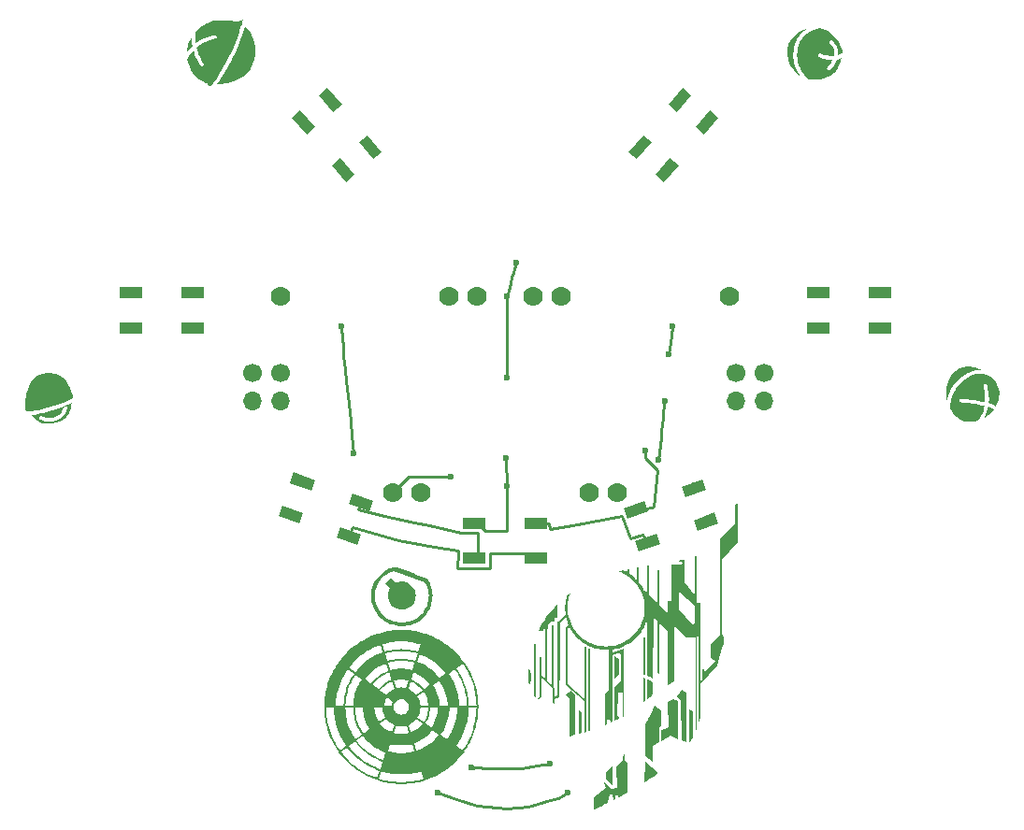
<source format=gtl>
G04 #@! TF.FileFunction,Copper,L1,Top,Signal*
%FSLAX46Y46*%
G04 Gerber Fmt 4.6, Leading zero omitted, Abs format (unit mm)*
G04 Created by KiCad (PCBNEW 4.0.7-e2-6376~61~ubuntu18.04.1) date Wed Sep  5 22:43:36 2018*
%MOMM*%
%LPD*%
G01*
G04 APERTURE LIST*
%ADD10C,0.100000*%
%ADD11C,1.778000*%
%ADD12C,1.700000*%
%ADD13O,1.700000X1.700000*%
%ADD14R,2.000000X1.000000*%
%ADD15C,0.600000*%
%ADD16C,0.250000*%
G04 APERTURE END LIST*
D10*
G36*
X181650048Y-122154737D02*
X181640946Y-122189185D01*
X181691876Y-122165373D01*
X181650048Y-122154737D01*
X181650048Y-122154737D01*
G37*
G36*
X172739027Y-135067329D02*
X172570623Y-135067329D01*
X172570623Y-138414493D01*
X172627714Y-138431956D01*
X172682425Y-138449683D01*
X172738614Y-138468468D01*
X172738879Y-138468468D01*
X172739027Y-135067329D01*
X172739027Y-135067329D01*
G37*
G36*
X162605883Y-135667430D02*
X162605883Y-140287717D01*
X162606941Y-140287717D01*
X162652201Y-140339152D01*
X162660059Y-140347618D01*
X162705242Y-140394132D01*
X162710745Y-140399688D01*
X162715349Y-140403922D01*
X162773676Y-140457553D01*
X162773941Y-140457553D01*
X162773941Y-135665658D01*
X162605883Y-135667430D01*
X162605883Y-135667430D01*
G37*
G36*
X167513046Y-136105104D02*
X167513046Y-143551960D01*
X167602663Y-143523624D01*
X167681287Y-143498224D01*
X167681287Y-136105025D01*
X167513046Y-136105104D01*
X167513046Y-136105104D01*
G37*
G36*
X169920992Y-136765769D02*
X169938402Y-138827825D01*
X170339868Y-138390416D01*
X170339868Y-137022044D01*
X169920992Y-136765769D01*
X169920992Y-136765769D01*
G37*
G36*
X162155948Y-137864424D02*
X162151715Y-137912235D01*
X162139967Y-138050718D01*
X162125521Y-138247409D01*
X162117213Y-138411054D01*
X162115890Y-138453916D01*
X162113774Y-138572370D01*
X162113509Y-138618302D01*
X162115890Y-138754668D01*
X162119383Y-138827825D01*
X162122875Y-138889949D01*
X162129225Y-138974828D01*
X162132718Y-139009276D01*
X162153091Y-139179404D01*
X162156080Y-139201629D01*
X162325641Y-139303334D01*
X162329178Y-139210146D01*
X162336252Y-138979645D01*
X162341558Y-138685429D01*
X162339789Y-138401093D01*
X162325641Y-138200234D01*
X162250120Y-137994566D01*
X162156168Y-137864345D01*
X162155948Y-137864424D01*
X162155948Y-137864424D01*
G37*
G36*
X172570623Y-138709530D02*
X172570623Y-140929411D01*
X172738374Y-140789287D01*
X172738638Y-140789287D01*
X172738638Y-138768770D01*
X172570398Y-138709980D01*
X172570623Y-138709530D01*
X172570623Y-138709530D01*
G37*
G36*
X173071812Y-138907915D02*
X172903863Y-138833487D01*
X172903863Y-140644243D01*
X173071812Y-140490229D01*
X173120903Y-140444244D01*
X173269493Y-140300714D01*
X173415461Y-140153811D01*
X173415990Y-140153811D01*
X173418636Y-139087725D01*
X173267225Y-139004011D01*
X173144752Y-138942019D01*
X173071812Y-138907915D01*
X173071812Y-138907915D01*
G37*
G36*
X176036894Y-139789559D02*
X175929283Y-139923474D01*
X175722492Y-140181142D01*
X175590582Y-140346454D01*
X175588201Y-140350423D01*
X175952699Y-140827149D01*
X175980779Y-144359627D01*
X176457404Y-144556477D01*
X176457404Y-140069541D01*
X176036894Y-139789559D01*
X176036894Y-139789559D01*
G37*
G36*
X165988361Y-139914098D02*
X165518718Y-140241626D01*
X165877463Y-140555078D01*
X165877463Y-143996884D01*
X166071419Y-143951428D01*
X166267335Y-143903671D01*
X166351623Y-143882240D01*
X166354613Y-143882240D01*
X166354613Y-140334416D01*
X165988361Y-139914098D01*
X165988361Y-139914098D01*
G37*
G36*
X175251799Y-140658874D02*
X174775088Y-140911234D01*
X174803169Y-143153339D01*
X174522713Y-143378182D01*
X174151923Y-143434829D01*
X174151923Y-144472287D01*
X175027435Y-143938993D01*
X175644372Y-144247444D01*
X175644372Y-140854533D01*
X175251799Y-140658874D01*
X175251799Y-140658874D01*
G37*
G36*
X173566596Y-141263632D02*
X173560087Y-141276861D01*
X173491436Y-141418661D01*
X173419700Y-141564331D01*
X173386449Y-141631138D01*
X173306072Y-141790676D01*
X173222236Y-141953904D01*
X173208107Y-141980574D01*
X173127796Y-142132964D01*
X173044629Y-142287914D01*
X172976123Y-142414120D01*
X172937507Y-142484261D01*
X172821022Y-142692038D01*
X172804009Y-142722386D01*
X172700173Y-142901138D01*
X172700173Y-145846030D01*
X173345039Y-146322730D01*
X173345039Y-144836063D01*
X173933885Y-144556186D01*
X173933885Y-143237239D01*
X174158236Y-143014036D01*
X174130222Y-141640002D01*
X173566596Y-141263632D01*
X173566596Y-141263632D01*
G37*
G36*
X176681845Y-141611639D02*
X176681845Y-144575977D01*
X176740173Y-144487395D01*
X176772288Y-144438129D01*
X176827985Y-144349759D01*
X176855166Y-144305626D01*
X176912337Y-144210746D01*
X176930990Y-144178732D01*
X176990304Y-144075835D01*
X176990304Y-141751735D01*
X176681845Y-141611639D01*
X176681845Y-141611639D01*
G37*
G36*
X166656069Y-141652014D02*
X166692541Y-143792864D01*
X166933402Y-143726056D01*
X166943536Y-143722617D01*
X166943536Y-141796053D01*
X166656069Y-141652014D01*
X166656069Y-141652014D01*
G37*
G36*
X170821671Y-145583167D02*
X170735551Y-145683669D01*
X170648255Y-145783694D01*
X170648255Y-146194486D01*
X170085616Y-146701402D01*
X170122504Y-148697868D01*
X169652858Y-148767453D01*
X168972911Y-148194789D01*
X169121850Y-148668711D01*
X168065086Y-149543609D01*
X168065086Y-150656446D01*
X168269866Y-150555112D01*
X168474115Y-150453395D01*
X168677750Y-150351355D01*
X168682618Y-150347651D01*
X168688227Y-150343947D01*
X168890850Y-150241766D01*
X169092652Y-150139379D01*
X169293499Y-150036792D01*
X169293499Y-149812240D01*
X169442599Y-149724187D01*
X169467179Y-149293498D01*
X169765050Y-149287942D01*
X169795599Y-149777209D01*
X169969589Y-149685769D01*
X169956121Y-149339482D01*
X170245282Y-149282888D01*
X170274230Y-149525008D01*
X170484851Y-149412235D01*
X170693134Y-149299610D01*
X170898940Y-149187183D01*
X171102127Y-149075005D01*
X171102127Y-146516458D01*
X170821748Y-146152444D01*
X170821671Y-145583167D01*
X170821671Y-145583167D01*
G37*
G36*
X172700170Y-146322942D02*
X172621309Y-148189233D01*
X172799161Y-148077751D01*
X172972329Y-147967142D01*
X173140616Y-147857488D01*
X173303801Y-147748808D01*
X173461663Y-147641240D01*
X173614007Y-147534801D01*
X173760631Y-147429561D01*
X173901350Y-147325633D01*
X173914182Y-147316108D01*
X172700170Y-146322942D01*
X172700170Y-146322942D01*
G37*
G36*
X169764992Y-146700026D02*
X169606358Y-146846737D01*
X169444859Y-146990909D01*
X169282119Y-147130794D01*
X169280532Y-147130794D01*
X169227623Y-147174503D01*
X169113111Y-147269065D01*
X169113111Y-147853133D01*
X169765044Y-148444212D01*
X169764992Y-146700026D01*
X169764992Y-146700026D01*
G37*
G36*
X188505495Y-79858795D02*
X188774400Y-79915494D01*
X189024792Y-80002344D01*
X189256582Y-80115545D01*
X189469680Y-80251304D01*
X189663998Y-80405823D01*
X189839446Y-80575305D01*
X189995934Y-80755955D01*
X190133375Y-80943976D01*
X190251677Y-81135572D01*
X190350753Y-81326945D01*
X190430513Y-81514301D01*
X190490867Y-81693843D01*
X190531727Y-81861773D01*
X190534425Y-82005631D01*
X190530139Y-82154779D01*
X190513603Y-82159430D01*
X190347209Y-82247793D01*
X190166337Y-82301540D01*
X190176153Y-82214207D01*
X190171845Y-81995950D01*
X190135316Y-81782298D01*
X190066677Y-81573572D01*
X189966039Y-81370094D01*
X189833512Y-81172187D01*
X189669209Y-80980174D01*
X189551272Y-80928089D01*
X189430981Y-80974489D01*
X189393256Y-81028750D01*
X189425811Y-81212718D01*
X189583281Y-81399882D01*
X189703710Y-81591982D01*
X189786901Y-81788635D01*
X189832654Y-81989453D01*
X189840773Y-82194053D01*
X189813386Y-82369753D01*
X189446288Y-82389320D01*
X189115675Y-82343746D01*
X188846963Y-82267614D01*
X188665572Y-82195509D01*
X188596921Y-82162014D01*
X188471246Y-82134527D01*
X188362829Y-82203872D01*
X188334976Y-82329509D01*
X188404170Y-82437966D01*
X188476973Y-82473485D01*
X188650930Y-82545368D01*
X188906275Y-82634346D01*
X189223240Y-82721153D01*
X189442457Y-82754856D01*
X189674892Y-82759393D01*
X189521175Y-83011770D01*
X189367251Y-83207522D01*
X189248034Y-83334756D01*
X189198436Y-83381578D01*
X189139609Y-83496121D01*
X189178804Y-83618772D01*
X189293285Y-83677689D01*
X189415997Y-83638410D01*
X189478951Y-83580997D01*
X189614912Y-83439746D01*
X189788230Y-83224194D01*
X189963251Y-82943879D01*
X190068671Y-82705133D01*
X190281564Y-82655159D01*
X190475365Y-82591445D01*
X190440765Y-82736260D01*
X190396300Y-82888585D01*
X190347022Y-83042834D01*
X190263334Y-83243613D01*
X190137867Y-83474100D01*
X189963251Y-83717475D01*
X189804244Y-83889907D01*
X189629790Y-84041373D01*
X189440006Y-84171825D01*
X189235009Y-84281216D01*
X189014915Y-84369499D01*
X188779841Y-84436626D01*
X188529903Y-84482549D01*
X188265218Y-84507221D01*
X187985903Y-84510594D01*
X187692073Y-84492621D01*
X187616108Y-84483319D01*
X187540660Y-84472984D01*
X187395451Y-84446629D01*
X187327007Y-84372908D01*
X187229619Y-84259856D01*
X187111926Y-84110644D01*
X186982567Y-83928448D01*
X186850182Y-83716442D01*
X186723411Y-83477799D01*
X186610892Y-83215694D01*
X186521265Y-82933301D01*
X186463169Y-82633794D01*
X186445243Y-82320346D01*
X186476127Y-81996133D01*
X186535350Y-81705879D01*
X186605851Y-81441624D01*
X186688957Y-81201996D01*
X186785997Y-80985626D01*
X186898297Y-80791144D01*
X187027188Y-80617178D01*
X187173995Y-80462360D01*
X187340047Y-80325317D01*
X187526672Y-80204682D01*
X187735198Y-80099082D01*
X187966953Y-80007148D01*
X188223264Y-79927509D01*
X188505460Y-79858795D01*
X188505495Y-79858795D01*
X188505495Y-79858795D01*
G37*
G36*
X187290581Y-79956980D02*
X187109182Y-80081391D01*
X186944714Y-80220008D01*
X186796401Y-80373642D01*
X186663469Y-80543106D01*
X186545141Y-80729210D01*
X186440642Y-80932766D01*
X186349198Y-81154585D01*
X186270031Y-81395479D01*
X186202368Y-81656260D01*
X186145432Y-81937738D01*
X186112881Y-82215126D01*
X186111817Y-82484818D01*
X186138290Y-82745506D01*
X186188353Y-82995882D01*
X186258056Y-83234640D01*
X186343450Y-83460473D01*
X186440587Y-83672072D01*
X186545518Y-83868131D01*
X186654293Y-84047343D01*
X186762965Y-84208400D01*
X186523614Y-84047457D01*
X186316500Y-83862042D01*
X186139550Y-83657362D01*
X185990689Y-83438625D01*
X185867841Y-83211038D01*
X185768932Y-82979807D01*
X185691887Y-82750141D01*
X185634631Y-82527245D01*
X185595090Y-82316327D01*
X185571188Y-82122594D01*
X185560851Y-81951254D01*
X185562005Y-81807513D01*
X185582572Y-81630893D01*
X185627174Y-81444441D01*
X185696905Y-81251992D01*
X185792858Y-81057384D01*
X185916126Y-80864454D01*
X186067803Y-80677039D01*
X186248982Y-80498976D01*
X186460756Y-80334102D01*
X186704218Y-80186253D01*
X186980462Y-80059267D01*
X187290581Y-79956980D01*
X187290581Y-79956980D01*
G37*
G36*
X201940851Y-110534957D02*
X202151916Y-110544163D01*
X202364589Y-110571400D01*
X202577598Y-110616091D01*
X202789667Y-110677663D01*
X202999522Y-110755541D01*
X203205890Y-110849149D01*
X203016172Y-110840238D01*
X202813949Y-110847849D01*
X202600384Y-110875108D01*
X202376644Y-110925141D01*
X202143892Y-111001077D01*
X201903294Y-111106040D01*
X201656014Y-111243157D01*
X201403216Y-111415556D01*
X201146066Y-111626363D01*
X200921881Y-111844901D01*
X200727848Y-112069855D01*
X200561831Y-112298708D01*
X200421696Y-112528944D01*
X200305307Y-112758047D01*
X200210528Y-112983500D01*
X200135226Y-113202789D01*
X200077264Y-113413395D01*
X200034507Y-113612804D01*
X200005531Y-113420475D01*
X199984569Y-113206813D01*
X199975369Y-112974954D01*
X199981681Y-112728034D01*
X200007252Y-112469188D01*
X200055833Y-112201555D01*
X200131172Y-111928269D01*
X200237018Y-111652467D01*
X200377121Y-111377284D01*
X200500908Y-111190944D01*
X200637411Y-111033916D01*
X200783815Y-110903410D01*
X200978117Y-110773185D01*
X201173440Y-110678268D01*
X201368418Y-110611280D01*
X201557510Y-110568013D01*
X201735177Y-110544260D01*
X201940851Y-110534946D01*
X201940851Y-110534957D01*
X201940851Y-110534957D01*
G37*
G36*
X202990916Y-111170060D02*
X203311373Y-111193258D01*
X203577568Y-111254535D01*
X203781874Y-111330465D01*
X203916665Y-111397622D01*
X203974316Y-111432577D01*
X204069402Y-111461517D01*
X204183204Y-111577479D01*
X204291094Y-111699227D01*
X204444806Y-111903380D01*
X204569018Y-112118680D01*
X204663423Y-112343703D01*
X204727715Y-112577022D01*
X204761588Y-112817211D01*
X204764737Y-113062845D01*
X204736854Y-113312499D01*
X204677634Y-113564745D01*
X204614330Y-113751114D01*
X204536417Y-113932216D01*
X204444574Y-114107350D01*
X204255796Y-114012692D01*
X204040401Y-113926331D01*
X203804300Y-113847934D01*
X203820812Y-113471885D01*
X203808394Y-113120103D01*
X203776260Y-112803525D01*
X203733622Y-112533088D01*
X203689691Y-112319728D01*
X203653681Y-112174382D01*
X203634803Y-112107987D01*
X203553083Y-112008467D01*
X203424480Y-111995851D01*
X203325107Y-112078030D01*
X203312342Y-112206689D01*
X203329386Y-112268832D01*
X203367738Y-112431906D01*
X203414185Y-112679059D01*
X203455513Y-112993439D01*
X203478507Y-113358192D01*
X203469954Y-113756465D01*
X203143623Y-113681969D01*
X202814738Y-113618060D01*
X202493493Y-113564197D01*
X202190086Y-113519838D01*
X201914713Y-113484439D01*
X201677570Y-113457458D01*
X201488852Y-113438354D01*
X201358756Y-113426583D01*
X201297479Y-113421603D01*
X201175191Y-113461658D01*
X201117126Y-113576633D01*
X201156736Y-113698895D01*
X201271124Y-113756984D01*
X201436262Y-113771012D01*
X201633432Y-113790690D01*
X201856916Y-113816093D01*
X202100995Y-113847294D01*
X202359951Y-113884368D01*
X202628064Y-113927389D01*
X202899617Y-113976432D01*
X203168889Y-114031571D01*
X203430164Y-114092880D01*
X203383316Y-114322397D01*
X203317363Y-114550023D01*
X203230122Y-114772942D01*
X203119409Y-114988339D01*
X202983040Y-115193398D01*
X202818833Y-115385306D01*
X202526376Y-115458403D01*
X202258971Y-115501384D01*
X202014313Y-115515519D01*
X201790095Y-115502082D01*
X201584012Y-115462343D01*
X201393758Y-115397576D01*
X201217026Y-115309051D01*
X201051512Y-115198041D01*
X200894909Y-115065818D01*
X200744911Y-114913652D01*
X200599213Y-114742818D01*
X200455508Y-114554585D01*
X200311491Y-114350227D01*
X200310788Y-114241725D01*
X200315834Y-114102507D01*
X200329757Y-113936465D01*
X200355686Y-113747489D01*
X200396750Y-113539470D01*
X200456080Y-113316300D01*
X200536804Y-113081869D01*
X200642051Y-112840069D01*
X200774951Y-112594791D01*
X200938633Y-112349925D01*
X201136226Y-112109363D01*
X201370859Y-111876995D01*
X201628642Y-111667117D01*
X201879787Y-111500223D01*
X202123008Y-111372298D01*
X202357018Y-111279331D01*
X202580530Y-111217311D01*
X202792259Y-111182225D01*
X202990916Y-111170060D01*
X202990916Y-111170060D01*
G37*
G36*
X203760377Y-114185897D02*
X203945357Y-114248981D01*
X204112483Y-114316523D01*
X204258021Y-114388470D01*
X204117198Y-114560372D01*
X203963088Y-114721045D01*
X203796706Y-114869354D01*
X203619071Y-115004164D01*
X203431198Y-115124340D01*
X203546085Y-114896205D01*
X203637826Y-114662029D01*
X203708547Y-114424398D01*
X203760377Y-114185897D01*
X203760377Y-114185897D01*
G37*
G36*
X136260623Y-79107419D02*
X136250807Y-79236332D01*
X136190859Y-79473805D01*
X136158820Y-79574058D01*
X136080793Y-79821641D01*
X136001725Y-80064254D01*
X135921631Y-80301895D01*
X135840527Y-80534564D01*
X135758428Y-80762259D01*
X135675349Y-80984981D01*
X135591306Y-81202728D01*
X135506315Y-81415500D01*
X135420390Y-81623296D01*
X135333548Y-81826116D01*
X134342394Y-83690602D01*
X134100704Y-84072623D01*
X133897716Y-84384493D01*
X133731054Y-84632426D01*
X133598343Y-84822640D01*
X133497210Y-84961350D01*
X133425280Y-85054771D01*
X133380178Y-85109120D01*
X133232876Y-85100950D01*
X133108361Y-84971661D01*
X133081489Y-84888978D01*
X132998806Y-84862107D01*
X132970481Y-84852010D01*
X132897552Y-84822637D01*
X132787299Y-84771960D01*
X132647001Y-84697950D01*
X132483940Y-84598580D01*
X132305395Y-84471821D01*
X132118646Y-84315645D01*
X131930972Y-84128024D01*
X131749655Y-83906930D01*
X131581973Y-83650334D01*
X131435206Y-83356208D01*
X131316635Y-83022525D01*
X131233539Y-82647255D01*
X131295676Y-82533911D01*
X131408896Y-82353413D01*
X131575515Y-82124887D01*
X131797846Y-81867457D01*
X131857634Y-82082726D01*
X131928733Y-82297400D01*
X132012111Y-82508870D01*
X132108733Y-82714523D01*
X132219565Y-82911749D01*
X132345574Y-83097936D01*
X132487727Y-83270473D01*
X132604109Y-83325081D01*
X132724921Y-83281326D01*
X132779569Y-83164883D01*
X132735775Y-83044131D01*
X132595178Y-82870568D01*
X132472251Y-82679978D01*
X132365820Y-82475935D01*
X132274710Y-82262010D01*
X132197745Y-82041776D01*
X132133750Y-81818807D01*
X132081551Y-81596674D01*
X132242314Y-81467015D01*
X132418128Y-81341891D01*
X132609277Y-81223566D01*
X132816044Y-81114308D01*
X133038713Y-81016383D01*
X133277566Y-80932055D01*
X133532887Y-80863592D01*
X133804960Y-80813260D01*
X133915744Y-80747493D01*
X133947587Y-80622574D01*
X133881713Y-80512200D01*
X133756900Y-80480979D01*
X133488198Y-80529228D01*
X133234556Y-80593267D01*
X132995702Y-80671374D01*
X132771368Y-80761829D01*
X132561286Y-80862912D01*
X132365185Y-80972901D01*
X132182798Y-81090076D01*
X132013854Y-81212717D01*
X131977233Y-80905311D01*
X131956762Y-80636936D01*
X131947913Y-80421065D01*
X131946158Y-80271173D01*
X132144899Y-80063968D01*
X132352648Y-79878591D01*
X132566219Y-79714835D01*
X132782431Y-79572491D01*
X132998100Y-79451354D01*
X133210042Y-79351216D01*
X133415075Y-79271870D01*
X133610016Y-79213108D01*
X133791681Y-79174725D01*
X133956887Y-79156512D01*
X134337426Y-79145687D01*
X134688345Y-79152771D01*
X135003256Y-79172719D01*
X135275772Y-79200485D01*
X135499505Y-79231022D01*
X135668069Y-79259285D01*
X135775076Y-79280228D01*
X135814138Y-79288804D01*
X135874083Y-79303273D01*
X136260623Y-79107419D01*
X136260623Y-79107419D01*
G37*
G36*
X136464745Y-79727020D02*
X136546734Y-79788763D01*
X136643309Y-79872231D01*
X136749734Y-79978838D01*
X136861275Y-80109996D01*
X136973198Y-80267118D01*
X137080766Y-80451617D01*
X137179246Y-80664906D01*
X137263903Y-80908398D01*
X137330002Y-81183506D01*
X137372807Y-81491643D01*
X137387584Y-81834222D01*
X137369599Y-82212656D01*
X137295702Y-82697898D01*
X137236409Y-82926032D01*
X137159594Y-83143470D01*
X137065263Y-83350071D01*
X136953427Y-83545691D01*
X136824092Y-83730189D01*
X136677269Y-83903424D01*
X136512965Y-84065253D01*
X136331188Y-84215535D01*
X136131948Y-84354127D01*
X135932477Y-84467299D01*
X135418297Y-84693642D01*
X135146132Y-84778454D01*
X134878411Y-84842106D01*
X134620252Y-84885593D01*
X134376770Y-84909908D01*
X134153082Y-84916045D01*
X133954304Y-84904998D01*
X134052026Y-84762463D01*
X134166177Y-84590943D01*
X134295441Y-84392454D01*
X134438506Y-84169011D01*
X134594058Y-83922629D01*
X134813166Y-83573296D01*
X134831769Y-83544358D01*
X134948827Y-83348118D01*
X135064578Y-83143657D01*
X135179016Y-82931159D01*
X135292138Y-82710807D01*
X135403939Y-82482786D01*
X135514414Y-82247279D01*
X135677195Y-81883477D01*
X135769117Y-81665645D01*
X135859978Y-81442303D01*
X135949760Y-81213479D01*
X136038445Y-80979202D01*
X136126013Y-80739500D01*
X136212446Y-80494402D01*
X136297724Y-80243937D01*
X136381830Y-79988134D01*
X136464744Y-79727020D01*
X136464745Y-79727020D01*
X136464745Y-79727020D01*
G37*
G36*
X131622146Y-80704221D02*
X131640085Y-80934950D01*
X131669119Y-81192609D01*
X131712063Y-81470582D01*
X131508216Y-81678035D01*
X131336353Y-81878930D01*
X131195299Y-82065895D01*
X131218458Y-81798450D01*
X131265606Y-81546873D01*
X131333147Y-81311413D01*
X131417483Y-81092318D01*
X131515015Y-80889838D01*
X131622146Y-80704221D01*
X131622146Y-80704221D01*
G37*
G36*
X120780948Y-113809694D02*
X120230077Y-114083061D01*
X120296740Y-114091330D01*
X120393773Y-114175770D01*
X120402676Y-114304237D01*
X120309960Y-114539325D01*
X120197209Y-114749100D01*
X120064631Y-114933309D01*
X119912434Y-115091699D01*
X119740826Y-115224018D01*
X119550015Y-115330014D01*
X119299457Y-115420777D01*
X119048434Y-115469189D01*
X118804841Y-115483493D01*
X118475312Y-115460035D01*
X118203948Y-115407719D01*
X118015730Y-115353628D01*
X117935644Y-115324846D01*
X117843563Y-115234901D01*
X117842109Y-115106255D01*
X117932042Y-115014281D01*
X118060701Y-115012720D01*
X118121454Y-115034036D01*
X118280171Y-115079195D01*
X118512642Y-115124489D01*
X118794659Y-115146209D01*
X119102011Y-115120645D01*
X119410489Y-115024089D01*
X119587531Y-114921108D01*
X119743678Y-114786613D01*
X119878639Y-114620978D01*
X119992121Y-114424577D01*
X120083833Y-114197782D01*
X120230077Y-114083061D01*
X120780948Y-113809694D01*
X120630425Y-113876539D01*
X120453007Y-113950670D01*
X120251907Y-114030608D01*
X120030340Y-114114874D01*
X119791520Y-114201986D01*
X119538661Y-114290467D01*
X119274978Y-114378836D01*
X119003684Y-114465613D01*
X118727994Y-114549319D01*
X118451122Y-114628474D01*
X118176283Y-114701599D01*
X117906690Y-114767213D01*
X117645557Y-114823838D01*
X117396099Y-114869993D01*
X117161531Y-114904198D01*
X117222896Y-114999830D01*
X117306240Y-115109174D01*
X117413360Y-115225616D01*
X117546050Y-115342540D01*
X117706108Y-115453333D01*
X117895329Y-115551379D01*
X118115511Y-115630064D01*
X118368448Y-115682771D01*
X118655938Y-115702887D01*
X118979776Y-115683797D01*
X119341759Y-115618886D01*
X119629508Y-115527311D01*
X119876578Y-115402526D01*
X120086068Y-115250741D01*
X120261078Y-115078166D01*
X120404704Y-114891011D01*
X120520047Y-114695487D01*
X120610204Y-114497804D01*
X120678274Y-114304173D01*
X120727356Y-114120804D01*
X120760548Y-113953908D01*
X120780948Y-113809694D01*
X120780948Y-113809694D01*
G37*
G36*
X118680818Y-111090995D02*
X118912756Y-111103924D01*
X119136369Y-111141007D01*
X119349691Y-111199685D01*
X119550757Y-111277402D01*
X119737601Y-111371598D01*
X120103470Y-111640833D01*
X120271046Y-111822719D01*
X120393375Y-112013419D01*
X120504479Y-112231494D01*
X120634419Y-112488872D01*
X120751635Y-112737748D01*
X120841959Y-112966636D01*
X120891222Y-113164049D01*
X120885254Y-113318500D01*
X120809887Y-113418502D01*
X120714062Y-113469764D01*
X120578498Y-113533148D01*
X120407569Y-113606678D01*
X120205651Y-113688377D01*
X119977118Y-113776268D01*
X119726346Y-113868375D01*
X119457709Y-113962720D01*
X119175582Y-114057327D01*
X118884341Y-114150219D01*
X118588359Y-114239420D01*
X118292013Y-114322951D01*
X117999676Y-114398837D01*
X117715724Y-114465100D01*
X117444531Y-114519765D01*
X117190474Y-114560853D01*
X116957926Y-114586389D01*
X116929504Y-114590516D01*
X116840296Y-114596885D01*
X116674222Y-114540388D01*
X116571580Y-114368172D01*
X116543481Y-114082535D01*
X116550543Y-113920250D01*
X116563995Y-113733020D01*
X116585627Y-113525553D01*
X116617226Y-113302555D01*
X116660584Y-113068731D01*
X116717489Y-112828789D01*
X116789732Y-112587435D01*
X116879100Y-112349376D01*
X116987385Y-112119318D01*
X117116376Y-111901967D01*
X117267861Y-111702030D01*
X117443631Y-111524214D01*
X117645475Y-111373225D01*
X117875182Y-111253769D01*
X118108760Y-111172637D01*
X118598652Y-111094606D01*
X118680818Y-111090981D01*
X118680818Y-111090995D01*
X118680818Y-111090995D01*
G37*
G36*
X181106980Y-122921798D02*
X180958638Y-122987497D01*
X180808289Y-123053574D01*
X180821725Y-124703600D01*
X179496226Y-126171728D01*
X179480721Y-126171728D01*
X179480721Y-134834765D01*
X178601188Y-135644017D01*
X178601188Y-136945746D01*
X179069379Y-137146253D01*
X178133000Y-138148259D01*
X178066338Y-137947752D01*
X177873584Y-137947752D01*
X177873584Y-138917204D01*
X177735609Y-139062931D01*
X177735609Y-131958454D01*
X177233832Y-132181180D01*
X177233832Y-133673078D01*
X176990434Y-133928361D01*
X175784823Y-132554285D01*
X175784823Y-130900639D01*
X177233832Y-132181180D01*
X177735609Y-131958454D01*
X177403330Y-131958454D01*
X177403330Y-127667246D01*
X177233832Y-127671378D01*
X177233832Y-131215348D01*
X176232858Y-130087768D01*
X176232858Y-128027947D01*
X175905230Y-128018128D01*
X175637545Y-128147319D01*
X175660800Y-128149901D01*
X175798777Y-128157653D01*
X175931585Y-128164887D01*
X175984811Y-128180908D01*
X176057675Y-128317851D01*
X176041657Y-128371077D01*
X176007549Y-128411902D01*
X175905230Y-128443940D01*
X175788649Y-128438093D01*
X175546079Y-128426888D01*
X175405694Y-128422934D01*
X175243255Y-128420170D01*
X175081508Y-128420170D01*
X175055668Y-131742964D01*
X174775067Y-131742964D01*
X174775067Y-132974930D01*
X173946178Y-132132605D01*
X173946178Y-128962257D01*
X173777712Y-128962257D01*
X173777712Y-131961039D01*
X173071812Y-131243769D01*
X173071812Y-128536441D01*
X172903863Y-128556079D01*
X172903863Y-131072205D01*
X172686306Y-130850511D01*
X172654265Y-130882552D01*
X172544282Y-130656275D01*
X172419706Y-130438403D01*
X172281022Y-130229569D01*
X172128715Y-130030409D01*
X172137502Y-130030409D01*
X172137502Y-128667183D01*
X171969553Y-128695604D01*
X171969553Y-129850058D01*
X171813866Y-129692659D01*
X171648744Y-129544380D01*
X171474528Y-129405667D01*
X171291558Y-129276965D01*
X171291558Y-128826345D01*
X171233164Y-128838233D01*
X171123611Y-128864070D01*
X171123611Y-129172063D01*
X170919401Y-129060914D01*
X170707099Y-128961738D01*
X170706580Y-128961738D01*
X170691594Y-128965355D01*
X170647152Y-128976724D01*
X170464906Y-129025103D01*
X170281284Y-129075943D01*
X170513506Y-129163215D01*
X170736652Y-129265574D01*
X170950214Y-129382314D01*
X171153685Y-129512732D01*
X171346558Y-129656123D01*
X171528327Y-129811782D01*
X171698484Y-129979004D01*
X171856523Y-130157086D01*
X172001937Y-130345322D01*
X172134220Y-130543008D01*
X172252864Y-130749439D01*
X172357362Y-130963910D01*
X172447208Y-131185718D01*
X172521895Y-131414157D01*
X172580917Y-131648523D01*
X172623765Y-131888111D01*
X172649934Y-132132217D01*
X172658917Y-132380136D01*
X172650150Y-132629283D01*
X172624259Y-132873706D01*
X172581834Y-133112816D01*
X172523466Y-133346021D01*
X172449743Y-133572731D01*
X172361258Y-133792355D01*
X172258600Y-134004302D01*
X172142359Y-134207981D01*
X172013126Y-134402802D01*
X171871491Y-134588173D01*
X171718045Y-134763505D01*
X171553376Y-134928206D01*
X171378077Y-135081685D01*
X171192737Y-135223353D01*
X170997947Y-135352617D01*
X170794296Y-135468887D01*
X170582375Y-135571573D01*
X170362775Y-135660083D01*
X170136086Y-135733828D01*
X169902897Y-135792215D01*
X169663800Y-135834655D01*
X169419384Y-135860556D01*
X169170240Y-135869329D01*
X168921096Y-135860556D01*
X168676681Y-135834654D01*
X168437584Y-135792214D01*
X168204395Y-135733827D01*
X167977706Y-135660083D01*
X167758106Y-135571572D01*
X167546186Y-135468886D01*
X167342535Y-135352616D01*
X167147745Y-135223352D01*
X166962405Y-135081685D01*
X166787106Y-134928206D01*
X166622438Y-134763505D01*
X166468991Y-134588174D01*
X166327356Y-134402802D01*
X166198123Y-134207982D01*
X166081882Y-134004302D01*
X165979224Y-133792356D01*
X165890739Y-133572732D01*
X165817017Y-133346022D01*
X165758648Y-133112817D01*
X165716223Y-132873707D01*
X165690332Y-132629283D01*
X165681566Y-132380136D01*
X165689271Y-132152492D01*
X165711761Y-131926315D01*
X165748890Y-131702317D01*
X165800514Y-131481207D01*
X165866487Y-131263698D01*
X165946665Y-131050499D01*
X165783333Y-131167399D01*
X165624720Y-131285629D01*
X165622654Y-131292347D01*
X165569428Y-131485617D01*
X165530153Y-131659766D01*
X165505348Y-131787406D01*
X165476206Y-131994408D01*
X165458250Y-132203539D01*
X165452122Y-132414757D01*
X165456946Y-132609244D01*
X165471416Y-132801238D01*
X165495529Y-132990434D01*
X164863527Y-133581096D01*
X164765859Y-133581096D01*
X164765859Y-140347089D01*
X164459419Y-140470081D01*
X164459419Y-139587447D01*
X164441848Y-139570910D01*
X164441848Y-133930944D01*
X164273898Y-133930944D01*
X164273898Y-139408646D01*
X163825347Y-138976114D01*
X163824831Y-138946657D01*
X163824831Y-134317484D01*
X163873925Y-134321619D01*
X163873925Y-133903556D01*
X164173131Y-133602283D01*
X164461485Y-133602283D01*
X164461485Y-133303077D01*
X164774643Y-133250882D01*
X164774643Y-132018400D01*
X164618720Y-132173092D01*
X164468422Y-132329019D01*
X164324216Y-132486216D01*
X164186567Y-132644719D01*
X164082697Y-132769259D01*
X163916792Y-132980826D01*
X163760581Y-133193889D01*
X163613750Y-133408243D01*
X163475989Y-133623680D01*
X163346983Y-133839996D01*
X163226421Y-134056984D01*
X163113990Y-134274437D01*
X163009378Y-134492151D01*
X163455343Y-134492151D01*
X163455343Y-134294746D01*
X163656882Y-134307665D01*
X163656882Y-138831937D01*
X163279128Y-138452633D01*
X163279128Y-136844461D01*
X163110663Y-136844461D01*
X163110663Y-140349158D01*
X162932378Y-140581184D01*
X162932897Y-140581184D01*
X163000075Y-140623557D01*
X163009893Y-140629759D01*
X163074489Y-140665933D01*
X163078106Y-140670069D01*
X163279128Y-140408068D01*
X163279128Y-138683109D01*
X164291469Y-139659276D01*
X164291469Y-140941886D01*
X164291985Y-140941886D01*
X164333326Y-140964624D01*
X164336946Y-140968757D01*
X164376218Y-140994596D01*
X164380869Y-140998729D01*
X164420660Y-141031802D01*
X164459419Y-141072111D01*
X164459419Y-140653532D01*
X164934324Y-140462844D01*
X164934324Y-138922887D01*
X165004087Y-138922887D01*
X165004087Y-133682381D01*
X165531703Y-133188872D01*
X165578660Y-133386158D01*
X165635887Y-133579382D01*
X165703033Y-133768165D01*
X165779750Y-133952131D01*
X165487777Y-134155220D01*
X165487777Y-139350769D01*
X167177597Y-140855586D01*
X167177597Y-143655415D01*
X167320742Y-143612008D01*
X167345546Y-143605290D01*
X167345546Y-135873461D01*
X167177597Y-135873461D01*
X167177597Y-140630278D01*
X165656243Y-139275839D01*
X165656243Y-134244104D01*
X165852614Y-134106645D01*
X165968747Y-134319546D01*
X166097912Y-134523915D01*
X166239546Y-134719188D01*
X166393086Y-134904802D01*
X166557969Y-135080190D01*
X166733630Y-135244790D01*
X166919508Y-135398038D01*
X167115038Y-135539368D01*
X167319657Y-135668216D01*
X167532802Y-135784020D01*
X167753910Y-135886213D01*
X167982418Y-135974233D01*
X168217762Y-136047514D01*
X168459378Y-136105492D01*
X168706704Y-136147604D01*
X168959177Y-136173285D01*
X169216232Y-136181971D01*
X169400718Y-136174734D01*
X169391416Y-139394176D01*
X169389865Y-139782267D01*
X169025547Y-140196711D01*
X169025547Y-143003260D01*
X169209515Y-142926261D01*
X169227086Y-142411045D01*
X169611041Y-142575378D01*
X169611041Y-142748495D01*
X169613107Y-142748495D01*
X169756252Y-142682349D01*
X169765552Y-136667211D01*
X170368101Y-136429499D01*
X170518480Y-136550422D01*
X170541215Y-139066032D01*
X169921098Y-139559025D01*
X169938153Y-142595531D01*
X169939185Y-142595531D01*
X170065278Y-142533002D01*
X170141242Y-142495278D01*
X170275468Y-142426577D01*
X170409442Y-142356269D01*
X170417192Y-142352652D01*
X170418743Y-142352652D01*
X170193950Y-142124758D01*
X170211521Y-140071655D01*
X170632166Y-140015844D01*
X170632166Y-142236897D01*
X170777896Y-142156281D01*
X170787196Y-136063115D01*
X170002230Y-136301343D01*
X169755734Y-136390224D01*
X169762454Y-136140630D01*
X170007554Y-136096435D01*
X170246929Y-136036666D01*
X170480027Y-135961872D01*
X170706294Y-135872604D01*
X170925175Y-135769411D01*
X171136118Y-135652843D01*
X171338568Y-135523451D01*
X171531971Y-135381784D01*
X171715775Y-135228392D01*
X171889425Y-135063826D01*
X172052367Y-134888635D01*
X172204048Y-134703370D01*
X172343914Y-134508579D01*
X172471412Y-134304815D01*
X172585987Y-134092625D01*
X172687086Y-133872561D01*
X172774156Y-133645172D01*
X172904381Y-133638973D01*
X172904381Y-138528597D01*
X172927117Y-138537381D01*
X173046489Y-138584924D01*
X173169480Y-138637116D01*
X173274460Y-138686487D01*
X173420628Y-138761140D01*
X173437165Y-133195590D01*
X173778744Y-133533037D01*
X173778744Y-138231457D01*
X173946694Y-138347728D01*
X173946930Y-138306283D01*
X173947112Y-138188322D01*
X173947245Y-138003411D01*
X173947334Y-137761113D01*
X173947384Y-137470993D01*
X173947399Y-137142616D01*
X173947386Y-136785545D01*
X173947347Y-136409346D01*
X173947289Y-136023582D01*
X173947217Y-135637818D01*
X173947134Y-135261618D01*
X173947047Y-134904547D01*
X173946959Y-134576170D01*
X173946877Y-134286050D01*
X173946804Y-134043751D01*
X173946746Y-133858840D01*
X173946708Y-133740879D01*
X173946694Y-133699433D01*
X174776099Y-134519022D01*
X174776099Y-139367821D01*
X175336788Y-139058796D01*
X175336788Y-133983654D01*
X176346547Y-135021318D01*
X177234864Y-135021318D01*
X177234864Y-143603739D01*
X177238481Y-143596503D01*
X177314964Y-143431138D01*
X177327365Y-143404783D01*
X177398162Y-143241488D01*
X177403330Y-143229600D01*
X177403330Y-135004263D01*
X177567662Y-135002196D01*
X177567662Y-142819808D01*
X177735093Y-142368672D01*
X177735609Y-142368672D01*
X177735609Y-139279456D01*
X179257479Y-137563797D01*
X179681744Y-135987150D01*
X179682778Y-135983015D01*
X179730390Y-135801430D01*
X179778378Y-135617662D01*
X179826955Y-135093147D01*
X179648671Y-134680770D01*
X179648671Y-128026396D01*
X181106980Y-126424942D01*
X181106980Y-124865864D01*
X181106980Y-124208025D01*
X181106980Y-122921798D01*
X181106980Y-122921798D01*
G37*
G36*
X150006036Y-128673384D02*
X149920253Y-129034602D01*
X152757806Y-130047461D01*
X152886780Y-130281335D01*
X152985724Y-130516889D01*
X153055424Y-130756637D01*
X153096668Y-131003088D01*
X153110241Y-131258755D01*
X153099049Y-131493402D01*
X153066161Y-131721815D01*
X153012607Y-131942963D01*
X152939418Y-132155816D01*
X152847624Y-132359343D01*
X152738256Y-132552511D01*
X152612345Y-132734292D01*
X152470920Y-132903653D01*
X152315014Y-133059563D01*
X152145656Y-133200992D01*
X151963878Y-133326909D01*
X151770708Y-133436282D01*
X151567180Y-133528082D01*
X151354322Y-133601276D01*
X151133165Y-133654834D01*
X150904741Y-133687724D01*
X150670079Y-133698917D01*
X150435430Y-133687724D01*
X150207027Y-133654834D01*
X149985897Y-133601276D01*
X149773072Y-133528082D01*
X149569580Y-133436282D01*
X149376451Y-133326909D01*
X149194715Y-133200992D01*
X149025400Y-133059563D01*
X148869537Y-132903653D01*
X148728156Y-132734292D01*
X148602285Y-132552511D01*
X148492954Y-132359343D01*
X148401193Y-132155816D01*
X148328031Y-131942963D01*
X148274498Y-131721815D01*
X148241623Y-131493402D01*
X148230436Y-131258755D01*
X148231986Y-131160571D01*
X148254055Y-130912578D01*
X148300301Y-130674097D01*
X148369941Y-130446138D01*
X148462193Y-130229711D01*
X148576272Y-130025825D01*
X148711397Y-129835490D01*
X148866784Y-129659716D01*
X149041651Y-129499513D01*
X149235214Y-129355890D01*
X149446691Y-129229857D01*
X149675298Y-129122425D01*
X149920253Y-129034602D01*
X150006036Y-128673384D01*
X149512011Y-128827380D01*
X149289189Y-128935123D01*
X149080236Y-129059321D01*
X148885840Y-129199092D01*
X148706690Y-129353550D01*
X148543475Y-129521813D01*
X148396882Y-129702994D01*
X148267601Y-129896212D01*
X148156321Y-130100581D01*
X148063729Y-130315217D01*
X147990514Y-130539237D01*
X147937366Y-130771756D01*
X147904972Y-131011890D01*
X147894021Y-131258755D01*
X147904820Y-131504797D01*
X147936609Y-131744912D01*
X147988474Y-131978184D01*
X148059503Y-132203696D01*
X148148780Y-132420533D01*
X148255393Y-132627780D01*
X148378428Y-132824519D01*
X148516972Y-133009836D01*
X148670111Y-133182814D01*
X148836932Y-133342537D01*
X149016521Y-133488089D01*
X149207965Y-133618555D01*
X149410349Y-133733019D01*
X149622762Y-133830564D01*
X149844288Y-133910274D01*
X150399294Y-134021894D01*
X150533848Y-134032125D01*
X150670079Y-134035848D01*
X150909303Y-134025633D01*
X151142943Y-133995548D01*
X151370160Y-133946433D01*
X151590113Y-133879130D01*
X151801963Y-133794480D01*
X152004870Y-133693323D01*
X152197993Y-133576500D01*
X152380494Y-133444852D01*
X152551531Y-133299220D01*
X152710265Y-133140445D01*
X152855857Y-132969367D01*
X152987465Y-132786828D01*
X153104251Y-132593667D01*
X153205375Y-132390727D01*
X153289995Y-132178848D01*
X153357273Y-131958870D01*
X153406369Y-131731635D01*
X153436442Y-131497983D01*
X153446654Y-131258755D01*
X153434042Y-130999334D01*
X153390618Y-130734675D01*
X153328334Y-130488520D01*
X153259140Y-130284608D01*
X153194990Y-130146680D01*
X152960894Y-129731718D01*
X152722004Y-129631437D01*
X152480369Y-129533306D01*
X152236413Y-129437340D01*
X151990557Y-129343551D01*
X151743224Y-129251956D01*
X151494838Y-129162567D01*
X151245819Y-129075400D01*
X150996591Y-128990468D01*
X150747576Y-128907786D01*
X150499197Y-128827369D01*
X150251876Y-128749230D01*
X150006036Y-128673384D01*
X150006036Y-128673384D01*
G37*
G36*
X149699595Y-129680558D02*
X149186965Y-130199390D01*
X149591074Y-130599366D01*
X149490408Y-130802045D01*
X149427054Y-131023126D01*
X149405040Y-131258755D01*
X149425453Y-131485917D01*
X149484295Y-131699892D01*
X149577969Y-131897065D01*
X149702879Y-132073820D01*
X149855427Y-132226544D01*
X150032018Y-132351621D01*
X150229055Y-132445438D01*
X150442940Y-132504379D01*
X150670079Y-132524829D01*
X150897249Y-132504379D01*
X151111190Y-132445438D01*
X151308298Y-132351621D01*
X151484968Y-132226544D01*
X151637598Y-132073820D01*
X151762583Y-131897065D01*
X151856320Y-131699892D01*
X151915205Y-131485917D01*
X151935634Y-131258755D01*
X151915205Y-131031667D01*
X151856320Y-130817846D01*
X151762583Y-130620884D01*
X151637598Y-130444371D01*
X151484968Y-130291898D01*
X151308298Y-130167057D01*
X151111190Y-130073439D01*
X150897249Y-130014634D01*
X150670079Y-129994235D01*
X150482923Y-130008011D01*
X150304442Y-130048084D01*
X150136261Y-130112572D01*
X149699595Y-129680558D01*
X149699595Y-129680558D01*
G37*
G36*
X150622103Y-134371168D02*
X150622103Y-135416065D01*
X150874855Y-135421440D01*
X151127254Y-135437564D01*
X151378956Y-135464441D01*
X151629614Y-135502078D01*
X151878882Y-135550482D01*
X152126415Y-135609659D01*
X152371867Y-135679615D01*
X152155859Y-136344690D01*
X151904593Y-136274513D01*
X151650928Y-136217082D01*
X151395343Y-136172399D01*
X151138319Y-136140467D01*
X150880334Y-136121285D01*
X150621868Y-136114857D01*
X150363401Y-136121182D01*
X150105413Y-136140264D01*
X149848381Y-136172102D01*
X149592788Y-136216699D01*
X149339110Y-136274056D01*
X149087830Y-136344174D01*
X148872339Y-135679615D01*
X149117792Y-135609663D01*
X149365325Y-135550485D01*
X149614594Y-135502079D01*
X149865251Y-135464438D01*
X150116952Y-135437559D01*
X150369351Y-135421436D01*
X150622103Y-135416065D01*
X150622103Y-134371168D01*
X148704907Y-135728191D01*
X148921948Y-136396884D01*
X148678068Y-136486599D01*
X148439216Y-136588149D01*
X148205824Y-136701322D01*
X147978322Y-136825906D01*
X147757138Y-136961692D01*
X147542705Y-137108468D01*
X147336315Y-137266605D01*
X147138276Y-137434627D01*
X146948922Y-137612171D01*
X146768588Y-137798877D01*
X146597607Y-137994381D01*
X146436312Y-138198324D01*
X145875106Y-137790597D01*
X146031172Y-137590001D01*
X146195522Y-137396482D01*
X146367896Y-137210285D01*
X146548032Y-137031658D01*
X146735668Y-136860844D01*
X146930542Y-136698091D01*
X147132394Y-136543645D01*
X147341271Y-136398651D01*
X147555927Y-136262903D01*
X147776048Y-136136553D01*
X148001321Y-136019754D01*
X148231431Y-135912659D01*
X148466064Y-135815420D01*
X148704907Y-135728191D01*
X150622103Y-134371168D01*
X156180420Y-137416976D01*
X156325240Y-137630418D01*
X156461537Y-137848634D01*
X156589226Y-138071365D01*
X156708224Y-138298351D01*
X156818447Y-138529334D01*
X156919812Y-138764053D01*
X157012235Y-139002249D01*
X157095633Y-139243662D01*
X157169923Y-139488032D01*
X157235020Y-139735101D01*
X157290841Y-139984608D01*
X157337303Y-140236294D01*
X157374323Y-140489900D01*
X157401816Y-140745165D01*
X157419699Y-141001830D01*
X157427889Y-141259636D01*
X156726123Y-141259636D01*
X156717921Y-141014173D01*
X156699923Y-140769882D01*
X156672219Y-140527043D01*
X156634900Y-140285932D01*
X156588055Y-140046827D01*
X156531776Y-139810007D01*
X156466153Y-139575750D01*
X156391275Y-139344332D01*
X156307233Y-139116033D01*
X156214118Y-138891131D01*
X156112019Y-138669902D01*
X156001027Y-138452625D01*
X155881233Y-138239579D01*
X155752726Y-138031040D01*
X155615596Y-137827287D01*
X156180420Y-137416976D01*
X150622103Y-134371168D01*
X155473486Y-137930640D01*
X155615949Y-138142497D01*
X155748817Y-138359663D01*
X155871984Y-138581809D01*
X155985340Y-138808604D01*
X156088778Y-139039718D01*
X156182189Y-139274821D01*
X156265467Y-139513583D01*
X156338503Y-139755674D01*
X156401189Y-140000763D01*
X156453417Y-140248521D01*
X156495079Y-140498617D01*
X156526067Y-140750722D01*
X156546274Y-141004505D01*
X156555590Y-141259636D01*
X155853825Y-141259636D01*
X155843227Y-140998930D01*
X155819750Y-140739882D01*
X155783541Y-140482945D01*
X155734748Y-140228573D01*
X155673520Y-139977221D01*
X155600005Y-139729342D01*
X155514350Y-139485390D01*
X155416705Y-139245820D01*
X155307217Y-139011085D01*
X155186034Y-138781640D01*
X155053306Y-138557938D01*
X154909180Y-138340434D01*
X155473486Y-137930640D01*
X150622103Y-134371168D01*
X150360072Y-134376094D01*
X150098321Y-134390854D01*
X149837128Y-134415445D01*
X149576775Y-134449869D01*
X149317542Y-134494124D01*
X149059708Y-134548211D01*
X148803554Y-134612129D01*
X148549361Y-134685877D01*
X149244926Y-137390621D01*
X149460934Y-138055697D01*
X149225765Y-138147748D01*
X148998112Y-138256482D01*
X148778887Y-138381354D01*
X148568998Y-138521818D01*
X148370427Y-138677905D01*
X148183849Y-138847701D01*
X148010013Y-139030513D01*
X147849662Y-139225652D01*
X147286389Y-138815857D01*
X147440194Y-138623925D01*
X147604785Y-138441581D01*
X147779704Y-138269265D01*
X147964491Y-138107417D01*
X148158688Y-137956478D01*
X148362063Y-137818043D01*
X148572940Y-137691970D01*
X148790753Y-137578528D01*
X149014936Y-137477988D01*
X149244926Y-137390621D01*
X148549361Y-134685877D01*
X149514677Y-138221578D01*
X149730168Y-138885620D01*
X149503706Y-138979316D01*
X149287207Y-139093540D01*
X149082145Y-139227718D01*
X148891326Y-139381460D01*
X148716004Y-139552217D01*
X148557113Y-139738798D01*
X147992290Y-139327971D01*
X148143908Y-139143634D01*
X148308095Y-138970938D01*
X148484266Y-138810489D01*
X148671834Y-138662895D01*
X148870207Y-138529973D01*
X149077342Y-138411861D01*
X149292434Y-138308937D01*
X149514677Y-138221578D01*
X148549361Y-134685877D01*
X149931706Y-138982255D01*
X150152289Y-138929654D01*
X150376501Y-138897662D01*
X150602983Y-138886654D01*
X150829486Y-138897840D01*
X151053699Y-138929979D01*
X151274259Y-138982772D01*
X151058769Y-139646297D01*
X150832899Y-139600737D01*
X150602983Y-139585319D01*
X150373284Y-139601297D01*
X150147713Y-139647331D01*
X149931706Y-138982255D01*
X148549361Y-134685877D01*
X149784945Y-139052535D01*
X150000435Y-139716061D01*
X149790898Y-139811972D01*
X149595809Y-139934652D01*
X149419422Y-140082610D01*
X149264046Y-140252462D01*
X148698189Y-139841118D01*
X148845704Y-139668935D01*
X149008247Y-139511313D01*
X149184981Y-139369312D01*
X149374906Y-139245237D01*
X149575376Y-139139461D01*
X149784945Y-139052535D01*
X148549361Y-134685877D01*
X150324963Y-140715483D01*
X150491362Y-140661739D01*
X150622620Y-140649337D01*
X150753361Y-140661739D01*
X150919242Y-140716000D01*
X151028280Y-140780078D01*
X151130599Y-140869995D01*
X151233435Y-141010555D01*
X151287178Y-141135095D01*
X151315084Y-141259636D01*
X151314050Y-141434819D01*
X151281494Y-141574345D01*
X151233435Y-141683382D01*
X151131116Y-141824976D01*
X151032931Y-141912309D01*
X150919242Y-141978972D01*
X150752844Y-142032715D01*
X150631921Y-142045117D01*
X150490845Y-142032715D01*
X150324963Y-141978455D01*
X150211792Y-141911792D01*
X150113607Y-141824976D01*
X150010771Y-141683899D01*
X149954443Y-141552124D01*
X149929122Y-141434302D01*
X149929639Y-141259636D01*
X149957544Y-141134579D01*
X150011288Y-141010555D01*
X150113607Y-140869995D01*
X150211275Y-140782145D01*
X150324963Y-140715483D01*
X148549361Y-134685877D01*
X148546778Y-134676575D01*
X148380896Y-134730319D01*
X149358097Y-137173580D01*
X149142090Y-136509538D01*
X149384604Y-136441942D01*
X149629450Y-136386653D01*
X149876152Y-136343660D01*
X150124232Y-136312954D01*
X150373213Y-136294525D01*
X150622620Y-136288363D01*
X150871985Y-136294490D01*
X151120865Y-136312926D01*
X151368815Y-136343660D01*
X151615389Y-136386681D01*
X151860143Y-136441978D01*
X152102633Y-136509538D01*
X151886625Y-137174614D01*
X151637766Y-137107186D01*
X151386252Y-137054707D01*
X151132747Y-137017181D01*
X150877912Y-136994613D01*
X150622410Y-136987007D01*
X150366905Y-136994369D01*
X150112058Y-137016702D01*
X149858533Y-137054012D01*
X149606992Y-137106304D01*
X149358097Y-137173580D01*
X148380896Y-134730319D01*
X149627332Y-138002987D01*
X149411841Y-137339462D01*
X149650121Y-137274945D01*
X149890878Y-137224661D01*
X150133521Y-137188652D01*
X150377460Y-137166960D01*
X150622103Y-137159628D01*
X150866841Y-137166716D01*
X151111010Y-137188216D01*
X151353939Y-137224051D01*
X151594959Y-137274147D01*
X151833398Y-137338428D01*
X151616874Y-138003504D01*
X151371635Y-137940140D01*
X151123444Y-137894863D01*
X150873285Y-137867672D01*
X150622139Y-137858567D01*
X150370989Y-137867547D01*
X150120816Y-137894611D01*
X149872603Y-137939758D01*
X149627332Y-138002987D01*
X148380896Y-134730319D01*
X148382963Y-134738587D01*
X148134695Y-134826993D01*
X147890205Y-134924597D01*
X145773820Y-137932707D01*
X146337610Y-138342501D01*
X146193201Y-138559794D01*
X146060193Y-138783295D01*
X145938732Y-139012554D01*
X145828965Y-139247115D01*
X145731037Y-139486527D01*
X145645096Y-139730336D01*
X145571287Y-139978088D01*
X145509757Y-140229332D01*
X145460652Y-140483613D01*
X145424118Y-140740479D01*
X145400301Y-140999477D01*
X145389348Y-141260152D01*
X144692749Y-141259636D01*
X144702057Y-141004663D01*
X144722247Y-140751046D01*
X144753211Y-140499112D01*
X144794841Y-140249188D01*
X144847027Y-140001604D01*
X144909661Y-139756686D01*
X144982635Y-139514763D01*
X145065839Y-139276163D01*
X145159166Y-139041214D01*
X145262505Y-138810243D01*
X145375749Y-138583579D01*
X145498789Y-138361550D01*
X145631515Y-138144483D01*
X145773820Y-137932707D01*
X147890205Y-134924597D01*
X147649741Y-135031270D01*
X147413548Y-135146882D01*
X147181872Y-135271305D01*
X143816834Y-141434302D01*
X144518600Y-141434302D01*
X144526773Y-141679797D01*
X144544735Y-141924121D01*
X144572397Y-142166995D01*
X144609669Y-142408142D01*
X144656464Y-142647282D01*
X144712692Y-142884139D01*
X144778265Y-143118433D01*
X144853094Y-143349887D01*
X144937090Y-143578222D01*
X145030165Y-143803161D01*
X145132229Y-144024424D01*
X145243195Y-144241735D01*
X145362972Y-144454814D01*
X145491474Y-144663384D01*
X145628610Y-144867167D01*
X145064303Y-145276961D01*
X144919461Y-145063509D01*
X144783149Y-144845287D01*
X144655449Y-144622555D01*
X144536445Y-144395571D01*
X144426220Y-144164594D01*
X144324855Y-143929883D01*
X144232435Y-143691696D01*
X144149042Y-143450292D01*
X144074760Y-143205930D01*
X144009670Y-142958868D01*
X143953857Y-142709366D01*
X143907402Y-142457682D01*
X143870390Y-142204075D01*
X143842902Y-141948803D01*
X143825023Y-141692126D01*
X143816834Y-141434302D01*
X147181872Y-135271305D01*
X146954960Y-135404410D01*
X146733057Y-135546069D01*
X146516410Y-135696151D01*
X146306086Y-135855195D01*
X146102149Y-136021887D01*
X145904793Y-136196028D01*
X145714210Y-136377420D01*
X145530595Y-136565863D01*
X145354139Y-136761158D01*
X145185036Y-136963108D01*
X145023479Y-137171513D01*
X146479720Y-138445337D01*
X147043510Y-138855131D01*
X146902452Y-139070949D01*
X146774808Y-139293925D01*
X146660783Y-139523426D01*
X146560582Y-139758822D01*
X146474409Y-139999481D01*
X146402469Y-140244773D01*
X146344967Y-140494065D01*
X146302106Y-140746728D01*
X146274092Y-141002128D01*
X146261129Y-141259636D01*
X145565048Y-141259636D01*
X145575717Y-141008209D01*
X145598786Y-140758414D01*
X145634108Y-140510684D01*
X145681542Y-140265450D01*
X145740942Y-140023145D01*
X145812165Y-139784201D01*
X145895067Y-139549051D01*
X145989504Y-139318126D01*
X146095331Y-139091861D01*
X146212406Y-138870686D01*
X146340584Y-138655034D01*
X146479720Y-138445337D01*
X145023479Y-137171513D01*
X149301770Y-140495341D01*
X149868144Y-140907202D01*
X149792385Y-141077324D01*
X149754456Y-141259636D01*
X149054240Y-141259636D01*
X149078435Y-141057693D01*
X149128312Y-140861419D01*
X149203035Y-140673180D01*
X149301770Y-140495341D01*
X145023479Y-137171513D01*
X145022445Y-137170996D01*
X144920126Y-137312073D01*
X144925810Y-137316724D01*
X144785613Y-137522734D01*
X144653157Y-137733106D01*
X144528516Y-137947618D01*
X144411761Y-138166047D01*
X144302967Y-138388169D01*
X144202205Y-138613763D01*
X144109549Y-138842605D01*
X144025070Y-139074473D01*
X145732479Y-145008244D01*
X145883673Y-145201887D01*
X146042090Y-145388806D01*
X146207494Y-145568830D01*
X146379650Y-145741788D01*
X146558324Y-145907508D01*
X146743278Y-146065821D01*
X146934279Y-146216554D01*
X147131090Y-146359537D01*
X147333476Y-146494598D01*
X147541201Y-146621568D01*
X147754031Y-146740274D01*
X147971729Y-146850546D01*
X148194060Y-146952212D01*
X148420789Y-147045102D01*
X148651681Y-147129044D01*
X148437223Y-147788436D01*
X148194540Y-147701275D01*
X147955934Y-147605248D01*
X147721625Y-147500513D01*
X147491833Y-147387230D01*
X147266778Y-147265558D01*
X147046680Y-147135656D01*
X146831757Y-146997684D01*
X146622230Y-146851802D01*
X146418319Y-146698168D01*
X146220242Y-146536941D01*
X146028220Y-146368282D01*
X145842473Y-146192350D01*
X145663220Y-146009303D01*
X145490681Y-145819302D01*
X145325075Y-145622505D01*
X145166622Y-145419071D01*
X145732479Y-145008244D01*
X144025070Y-139074473D01*
X143948842Y-139309144D01*
X145873039Y-144905925D01*
X146438896Y-144494580D01*
X146600925Y-144699170D01*
X146772383Y-144894840D01*
X146952883Y-145081308D01*
X147142043Y-145258293D01*
X147339478Y-145425516D01*
X147544803Y-145582695D01*
X147757633Y-145729549D01*
X147977585Y-145865798D01*
X148204273Y-145991160D01*
X148437314Y-146105355D01*
X148676323Y-146208103D01*
X148920915Y-146299121D01*
X148706974Y-146959029D01*
X148467167Y-146871669D01*
X148231984Y-146774376D01*
X148001706Y-146667351D01*
X147776617Y-146550798D01*
X147556997Y-146424921D01*
X147343128Y-146289922D01*
X147135292Y-146146004D01*
X146933771Y-145993371D01*
X146738847Y-145832226D01*
X146550801Y-145662771D01*
X146369916Y-145485211D01*
X146196472Y-145299748D01*
X146030753Y-145106584D01*
X145873039Y-144905925D01*
X143948842Y-139309144D01*
X143880937Y-139546394D01*
X143821427Y-139786002D01*
X146209487Y-143825119D01*
X146092280Y-143603799D01*
X145986339Y-143377367D01*
X145891807Y-143146258D01*
X145808826Y-142910910D01*
X145737536Y-142671762D01*
X145678080Y-142429248D01*
X145630600Y-142183809D01*
X145595237Y-141935879D01*
X145572133Y-141685898D01*
X145561430Y-141434302D01*
X146262679Y-141434819D01*
X146275241Y-141692378D01*
X146302855Y-141947824D01*
X146345321Y-142200532D01*
X146402435Y-142449877D01*
X146473997Y-142695235D01*
X146559804Y-142935981D01*
X146659654Y-143171491D01*
X146773345Y-143401139D01*
X146900675Y-143624303D01*
X147041443Y-143840357D01*
X146477137Y-144250667D01*
X146337820Y-144040887D01*
X146209487Y-143825119D01*
X143821427Y-139786002D01*
X143770386Y-140027744D01*
X143727886Y-140271397D01*
X143694000Y-140516739D01*
X143668801Y-140763547D01*
X143652360Y-141011598D01*
X143644751Y-141260669D01*
X146433211Y-141434302D01*
X147134461Y-141434302D01*
X147149839Y-141687195D01*
X147183333Y-141937345D01*
X147234641Y-142183807D01*
X147303463Y-142425637D01*
X147389497Y-142661889D01*
X147492442Y-142891617D01*
X147611997Y-143113878D01*
X147747860Y-143327726D01*
X147183553Y-143737004D01*
X147048490Y-143530252D01*
X146926242Y-143316683D01*
X146817005Y-143096895D01*
X146720977Y-142871482D01*
X146638354Y-142641042D01*
X146569334Y-142406171D01*
X146514112Y-142167465D01*
X146472887Y-141925521D01*
X146445854Y-141680934D01*
X146433211Y-141434302D01*
X143644751Y-141260669D01*
X148179875Y-141434302D01*
X148879057Y-141434302D01*
X148905868Y-141663570D01*
X148962334Y-141886324D01*
X149047570Y-142099721D01*
X149160693Y-142300916D01*
X148596387Y-142710710D01*
X148478085Y-142516464D01*
X148378722Y-142312987D01*
X148298759Y-142101655D01*
X148238656Y-141883846D01*
X148198875Y-141660936D01*
X148179875Y-141434302D01*
X143644751Y-141260669D01*
X143637517Y-141260152D01*
X143637000Y-141434819D01*
X143646302Y-141434819D01*
X143653569Y-141683956D01*
X143669667Y-141932075D01*
X143694524Y-142178955D01*
X143728069Y-142424372D01*
X143770231Y-142668106D01*
X143820937Y-142909934D01*
X143880117Y-143149635D01*
X143947698Y-143386986D01*
X144023609Y-143621767D01*
X144107778Y-143853755D01*
X144200135Y-144082728D01*
X144300607Y-144308464D01*
X144409123Y-144530742D01*
X144525611Y-144749339D01*
X144649999Y-144964034D01*
X144782217Y-145174605D01*
X144922193Y-145380831D01*
X149264563Y-142441475D01*
X149420777Y-142611173D01*
X149597224Y-142758245D01*
X149791437Y-142880904D01*
X150000952Y-142977360D01*
X149784945Y-143641402D01*
X149575170Y-143553633D01*
X149375246Y-143447257D01*
X149186380Y-143323130D01*
X149009778Y-143182111D01*
X148846646Y-143025055D01*
X148698189Y-142852820D01*
X149264563Y-142441475D01*
X144922193Y-145380831D01*
X147144796Y-143981433D01*
X147306482Y-144182444D01*
X147479140Y-144372898D01*
X147662229Y-144552404D01*
X147855210Y-144720574D01*
X148057546Y-144877017D01*
X148268696Y-145021346D01*
X148488122Y-145153169D01*
X148715285Y-145272098D01*
X148949646Y-145377743D01*
X149190666Y-145469714D01*
X148976725Y-146130139D01*
X148740690Y-146042565D01*
X148509990Y-145943687D01*
X148285002Y-145833777D01*
X148066100Y-145713106D01*
X147853658Y-145581942D01*
X147648051Y-145440559D01*
X147449655Y-145289225D01*
X147258843Y-145128212D01*
X147075991Y-144957790D01*
X146901473Y-144778230D01*
X146735664Y-144589802D01*
X146578939Y-144392777D01*
X147144796Y-143981433D01*
X144922193Y-145380831D01*
X144919609Y-145382898D01*
X144971285Y-145453695D01*
X145022445Y-145523975D01*
X145026062Y-145521907D01*
X145178711Y-145718979D01*
X145337896Y-145910018D01*
X145503427Y-146094889D01*
X145675117Y-146273454D01*
X145852778Y-146445577D01*
X146036222Y-146611122D01*
X146225260Y-146769953D01*
X146419704Y-146921934D01*
X146619366Y-147066927D01*
X146824058Y-147204796D01*
X147033592Y-147335406D01*
X148603105Y-147843729D01*
X148818595Y-147179170D01*
X149054590Y-147246870D01*
X149292488Y-147304899D01*
X149531996Y-147353258D01*
X149772820Y-147391947D01*
X150014670Y-147420965D01*
X150257250Y-147440312D01*
X150500270Y-147449987D01*
X150743436Y-147449991D01*
X150986455Y-147440322D01*
X151229035Y-147420981D01*
X151470882Y-147391966D01*
X151711704Y-147353278D01*
X151951209Y-147304916D01*
X152189103Y-147246881D01*
X152425094Y-147179170D01*
X152641618Y-147844763D01*
X152393961Y-147916490D01*
X152144401Y-147978640D01*
X151893209Y-148031213D01*
X151640659Y-148074212D01*
X151387021Y-148107636D01*
X151132569Y-148131487D01*
X150877574Y-148145767D01*
X150622309Y-148150476D01*
X150367045Y-148145615D01*
X150112055Y-148131185D01*
X149857611Y-148107188D01*
X149603985Y-148073625D01*
X149351450Y-148030496D01*
X149100276Y-147977803D01*
X148850737Y-147915547D01*
X148603105Y-147843729D01*
X147033592Y-147335406D01*
X147247779Y-147458619D01*
X147466431Y-147574300D01*
X147689361Y-147682311D01*
X147916379Y-147782517D01*
X148147298Y-147874782D01*
X148381930Y-147958968D01*
X150166834Y-143031104D01*
X150393034Y-143076829D01*
X150622270Y-143092350D01*
X150851551Y-143077635D01*
X151077889Y-143032654D01*
X151293380Y-143695146D01*
X151072078Y-143747711D01*
X150847788Y-143779396D01*
X150621989Y-143790195D01*
X150396157Y-143780101D01*
X150171772Y-143749109D01*
X149950309Y-143697213D01*
X150166834Y-143031104D01*
X148381930Y-147958968D01*
X149627848Y-144690434D01*
X149873030Y-144753758D01*
X150121158Y-144799010D01*
X150371252Y-144826188D01*
X150622330Y-144835292D01*
X150873413Y-144826321D01*
X151123518Y-144799274D01*
X151371666Y-144754151D01*
X151616874Y-144690951D01*
X151832365Y-145354993D01*
X151594104Y-145419347D01*
X151353323Y-145469406D01*
X151110652Y-145505171D01*
X150866719Y-145526645D01*
X150622154Y-145533830D01*
X150377584Y-145526728D01*
X150133639Y-145505343D01*
X149890947Y-145469676D01*
X149650139Y-145419731D01*
X149411841Y-145355509D01*
X149627848Y-144690434D01*
X148381930Y-147958968D01*
X148380379Y-147964135D01*
X148546778Y-148017879D01*
X148549361Y-148009611D01*
X148788545Y-148079249D01*
X149029481Y-148140178D01*
X149271936Y-148192399D01*
X149515676Y-148235911D01*
X149760467Y-148270714D01*
X150006075Y-148296809D01*
X150252267Y-148314195D01*
X150498808Y-148322872D01*
X150745465Y-148322841D01*
X150992005Y-148314102D01*
X151238193Y-148296654D01*
X151483795Y-148270498D01*
X151728578Y-148235633D01*
X151972309Y-148192061D01*
X152214753Y-148139780D01*
X152455676Y-148078791D01*
X156176285Y-145274377D01*
X155613012Y-144865100D01*
X155750374Y-144661532D01*
X155879107Y-144453165D01*
X155999122Y-144240278D01*
X156110332Y-144023149D01*
X156212647Y-143802056D01*
X156305980Y-143577277D01*
X156390242Y-143349090D01*
X156465344Y-143117774D01*
X156531198Y-142883607D01*
X156587715Y-142646866D01*
X156634807Y-142407831D01*
X156672386Y-142166778D01*
X156700363Y-141923987D01*
X156718649Y-141679736D01*
X156727156Y-141434302D01*
X157424271Y-141434302D01*
X157415965Y-141691949D01*
X157397976Y-141948453D01*
X157370388Y-142203555D01*
X157333285Y-142456995D01*
X157286749Y-142708515D01*
X157230866Y-142957855D01*
X157165718Y-143204757D01*
X157091389Y-143448961D01*
X157007963Y-143690208D01*
X156915524Y-143928239D01*
X156814154Y-144162795D01*
X156703938Y-144393616D01*
X156584960Y-144620444D01*
X156457303Y-144843020D01*
X156321050Y-145061084D01*
X156176285Y-145274377D01*
X152455676Y-148078791D01*
X152694844Y-148009094D01*
X154810994Y-141259636D01*
X154109745Y-141259636D01*
X154094386Y-141006796D01*
X154060939Y-140756714D01*
X154009698Y-140510329D01*
X153940956Y-140268580D01*
X153855008Y-140032406D01*
X153752147Y-139802747D01*
X153632668Y-139580541D01*
X153496863Y-139366728D01*
X154061169Y-138956934D01*
X154196187Y-139163676D01*
X154318378Y-139377244D01*
X154427550Y-139597041D01*
X154523510Y-139822465D01*
X154606064Y-140052919D01*
X154675020Y-140287801D01*
X154730183Y-140526514D01*
X154771363Y-140768456D01*
X154798364Y-141013030D01*
X154810994Y-141259636D01*
X152694844Y-148009094D01*
X154983077Y-141434819D01*
X155679158Y-141434819D01*
X155668499Y-141686245D01*
X155645458Y-141936040D01*
X155610178Y-142183770D01*
X155562797Y-142429004D01*
X155503458Y-142671309D01*
X155432298Y-142910253D01*
X155349461Y-143145403D01*
X155255084Y-143376328D01*
X155149310Y-143602593D01*
X155032278Y-143823768D01*
X154904129Y-144039421D01*
X154765002Y-144249117D01*
X154200696Y-143839323D01*
X154341754Y-143623499D01*
X154469398Y-143400520D01*
X154583423Y-143171018D01*
X154683624Y-142935622D01*
X154769798Y-142694964D01*
X154841738Y-142449674D01*
X154899241Y-142200384D01*
X154942101Y-141947724D01*
X154970115Y-141692326D01*
X154983077Y-141434819D01*
X152694844Y-148009094D01*
X151459778Y-143641919D01*
X151243770Y-142978394D01*
X151453308Y-142882482D01*
X151648397Y-142759802D01*
X151824799Y-142611604D01*
X151980159Y-142441475D01*
X152546533Y-142853337D01*
X152398878Y-143025543D01*
X152236128Y-143183139D01*
X152059224Y-143325142D01*
X151869434Y-143449220D01*
X151669213Y-143554995D01*
X151459778Y-143641919D01*
X152694844Y-148009094D01*
X153957300Y-143878080D01*
X153803549Y-144070013D01*
X153639086Y-144252357D01*
X153464320Y-144424672D01*
X153279661Y-144586520D01*
X153085518Y-144737459D01*
X152882143Y-144875948D01*
X152671266Y-145002150D01*
X152453453Y-145115745D01*
X152229269Y-145216412D01*
X151999280Y-145303833D01*
X151783272Y-144638241D01*
X152018441Y-144546270D01*
X152246094Y-144437714D01*
X152465319Y-144313020D01*
X152675207Y-144172636D01*
X152873699Y-144016549D01*
X153060098Y-143846753D01*
X153233757Y-143663941D01*
X153394027Y-143468803D01*
X153957300Y-143878080D01*
X152694844Y-148009094D01*
X152697428Y-148017362D01*
X152863310Y-147964135D01*
X152861242Y-147956384D01*
X153109523Y-147867976D01*
X153354019Y-147770371D01*
X153594484Y-147663698D01*
X153830674Y-147548086D01*
X154062345Y-147423664D01*
X153934562Y-141434302D01*
X153919604Y-141673350D01*
X153887615Y-141909806D01*
X153838875Y-142142782D01*
X153773664Y-142371390D01*
X153692262Y-142594741D01*
X153594951Y-142811948D01*
X153482010Y-143022121D01*
X153353719Y-143224374D01*
X152788896Y-142813546D01*
X152917155Y-142603921D01*
X153024797Y-142384218D01*
X153111313Y-142155948D01*
X153176191Y-141920619D01*
X153218923Y-141679739D01*
X153238997Y-141434819D01*
X153934562Y-141434302D01*
X154062345Y-147423664D01*
X154289252Y-147290560D01*
X154511150Y-147148902D01*
X154727795Y-146998820D01*
X154938142Y-146839798D01*
X155142137Y-146673164D01*
X155339576Y-146499105D01*
X155530253Y-146317808D01*
X155713964Y-146129459D01*
X155890502Y-145934246D01*
X156059664Y-145732356D01*
X152648336Y-142711743D01*
X152082479Y-142300399D01*
X152195837Y-142099474D01*
X152281513Y-141886360D01*
X152338469Y-141663871D01*
X152365666Y-141434819D01*
X153062781Y-141434302D01*
X153044146Y-141660968D01*
X153004713Y-141884007D01*
X152944949Y-142102012D01*
X152865321Y-142313575D01*
X152766294Y-142517288D01*
X152648336Y-142711743D01*
X156059664Y-145732356D01*
X156221244Y-145523975D01*
X156221761Y-145524491D01*
X156324080Y-145382898D01*
X156318396Y-145378764D01*
X156458589Y-145172761D01*
X156591030Y-144962404D01*
X156715649Y-144747916D01*
X156832373Y-144529517D01*
X156941132Y-144307430D01*
X157041854Y-144081876D01*
X157134468Y-143853077D01*
X157218901Y-143621254D01*
X157295084Y-143386628D01*
X157362944Y-143149422D01*
X157422411Y-142909857D01*
X157473412Y-142668154D01*
X157515876Y-142424536D01*
X157549732Y-142179223D01*
X157574909Y-141932438D01*
X157591334Y-141684401D01*
X157598937Y-141435335D01*
X153064848Y-141259636D01*
X152365666Y-141259636D01*
X152338800Y-141030487D01*
X152282326Y-140807868D01*
X152197114Y-140594609D01*
X152084029Y-140393539D01*
X152648336Y-139983228D01*
X152766610Y-140177435D01*
X152865950Y-140380922D01*
X152945900Y-140592288D01*
X153006003Y-140810130D01*
X153045805Y-141033047D01*
X153064848Y-141259636D01*
X157598937Y-141435335D01*
X157607206Y-141434819D01*
X157607206Y-141260152D01*
X157597904Y-141260152D01*
X157590616Y-141011048D01*
X157574501Y-140762962D01*
X157549630Y-140516115D01*
X157516075Y-140270731D01*
X157473906Y-140027029D01*
X157423196Y-139785233D01*
X157364014Y-139545564D01*
X157296434Y-139308243D01*
X157220526Y-139073494D01*
X157136361Y-138841536D01*
X157044011Y-138612593D01*
X156943547Y-138386887D01*
X156835040Y-138164638D01*
X156718562Y-137946068D01*
X156594184Y-137731401D01*
X156461977Y-137520856D01*
X156322013Y-137314657D01*
X152267997Y-136564315D01*
X152504023Y-136651890D01*
X152734694Y-136750767D01*
X152959639Y-136860677D01*
X153178489Y-136981349D01*
X153390870Y-137112512D01*
X153596412Y-137253896D01*
X153794745Y-137405230D01*
X153985496Y-137566243D01*
X154168295Y-137736665D01*
X154342771Y-137916225D01*
X154508552Y-138104653D01*
X154665267Y-138301677D01*
X154099410Y-138713021D01*
X153937723Y-138512010D01*
X153765066Y-138321556D01*
X153581977Y-138142050D01*
X153388995Y-137973880D01*
X153186660Y-137817436D01*
X152975510Y-137673108D01*
X152756084Y-137541285D01*
X152528921Y-137422356D01*
X152294560Y-137316712D01*
X152053540Y-137224740D01*
X152267997Y-136564315D01*
X156322013Y-137314657D01*
X153252433Y-139327971D01*
X152686576Y-139739315D01*
X152526819Y-139552532D01*
X152351068Y-139382249D01*
X152160619Y-139229415D01*
X151956766Y-139094979D01*
X151740808Y-138979893D01*
X151514038Y-138885104D01*
X151729012Y-138223129D01*
X151951799Y-138311095D01*
X152166841Y-138414474D01*
X152373387Y-138532721D01*
X152570688Y-138665294D01*
X152757994Y-138811648D01*
X152934553Y-138971242D01*
X153099617Y-139143530D01*
X153252433Y-139327971D01*
X156322013Y-137314657D01*
X152546533Y-139841118D01*
X151979643Y-140252979D01*
X151823509Y-140083281D01*
X151647241Y-139936208D01*
X151453205Y-139813550D01*
X151243770Y-139717094D01*
X151459778Y-139052535D01*
X151669590Y-139140309D01*
X151869521Y-139246668D01*
X152058377Y-139370771D01*
X152234961Y-139511774D01*
X152398078Y-139668837D01*
X152546533Y-139841118D01*
X156322013Y-137314657D01*
X156324597Y-137312073D01*
X156273437Y-137241793D01*
X156221761Y-137170996D01*
X156218660Y-137173580D01*
X156065996Y-136976508D01*
X155906790Y-136785458D01*
X155741231Y-136600568D01*
X155569508Y-136421975D01*
X155391810Y-136249816D01*
X155208326Y-136084231D01*
X155019246Y-135925357D01*
X154824758Y-135773331D01*
X154625053Y-135628291D01*
X154420320Y-135490375D01*
X154210746Y-135359720D01*
X153996523Y-135236465D01*
X153777839Y-135120747D01*
X153554883Y-135012705D01*
X153327844Y-134912474D01*
X153096912Y-134820195D01*
X152862276Y-134736003D01*
X152863826Y-134730319D01*
X152697945Y-134676575D01*
X152694844Y-134685360D01*
X152440649Y-134611645D01*
X152184494Y-134547787D01*
X151926660Y-134493777D01*
X151667427Y-134449608D01*
X151407075Y-134415270D01*
X151145884Y-134390756D01*
X150884133Y-134376058D01*
X150622103Y-134371168D01*
X150622103Y-134371168D01*
G37*
D11*
X165100000Y-104140000D03*
X154940000Y-104140000D03*
X170180000Y-121920000D03*
X167640000Y-121920000D03*
X180340000Y-104140000D03*
X162560000Y-104140000D03*
X139700000Y-104140000D03*
X157480000Y-104140000D03*
X149860000Y-121920000D03*
X152400000Y-121920000D03*
D12*
X139680000Y-111105000D03*
D13*
X139680000Y-113645000D03*
D12*
X137140000Y-111105000D03*
D13*
X137140000Y-113645000D03*
D12*
X183495000Y-111105000D03*
D13*
X183495000Y-113645000D03*
D12*
X180955000Y-111105000D03*
D13*
X180955000Y-113645000D03*
D10*
G36*
X144328324Y-92263734D02*
X145094369Y-91620947D01*
X146379944Y-93153036D01*
X145613899Y-93795823D01*
X144328324Y-92263734D01*
X144328324Y-92263734D01*
G37*
G36*
X146779666Y-90206813D02*
X147545711Y-89564026D01*
X148831286Y-91096115D01*
X148065241Y-91738902D01*
X146779666Y-90206813D01*
X146779666Y-90206813D01*
G37*
G36*
X140728714Y-87973885D02*
X141494759Y-87331098D01*
X142780334Y-88863187D01*
X142014289Y-89505974D01*
X140728714Y-87973885D01*
X140728714Y-87973885D01*
G37*
G36*
X143180056Y-85916964D02*
X143946101Y-85274177D01*
X145231676Y-86806266D01*
X144465631Y-87449053D01*
X143180056Y-85916964D01*
X143180056Y-85916964D01*
G37*
D14*
X131705000Y-107010000D03*
X131705000Y-103810000D03*
X126105000Y-107010000D03*
X126105000Y-103810000D03*
D10*
G36*
X144737204Y-125969491D02*
X145079224Y-125029799D01*
X146958610Y-125713839D01*
X146616590Y-126653531D01*
X144737204Y-125969491D01*
X144737204Y-125969491D01*
G37*
G36*
X145831669Y-122962474D02*
X146173689Y-122022782D01*
X148053075Y-122706822D01*
X147711055Y-123646514D01*
X145831669Y-122962474D01*
X145831669Y-122962474D01*
G37*
G36*
X139474925Y-124054178D02*
X139816945Y-123114486D01*
X141696331Y-123798526D01*
X141354311Y-124738218D01*
X139474925Y-124054178D01*
X139474925Y-124054178D01*
G37*
G36*
X140569390Y-121047161D02*
X140911410Y-120107469D01*
X142790796Y-120791509D01*
X142448776Y-121731201D01*
X140569390Y-121047161D01*
X140569390Y-121047161D01*
G37*
D14*
X162820000Y-127901500D03*
X162820000Y-124701500D03*
X157220000Y-127901500D03*
X157220000Y-124701500D03*
D10*
G36*
X177415689Y-125373218D02*
X177073669Y-124433526D01*
X178953055Y-123749486D01*
X179295075Y-124689178D01*
X177415689Y-125373218D01*
X177415689Y-125373218D01*
G37*
G36*
X176321224Y-122366201D02*
X175979204Y-121426509D01*
X177858590Y-120742469D01*
X178200610Y-121682161D01*
X176321224Y-122366201D01*
X176321224Y-122366201D01*
G37*
G36*
X172153410Y-127288531D02*
X171811390Y-126348839D01*
X173690776Y-125664799D01*
X174032796Y-126604491D01*
X172153410Y-127288531D01*
X172153410Y-127288531D01*
G37*
G36*
X171058945Y-124281514D02*
X170716925Y-123341822D01*
X172596311Y-122657782D01*
X172938331Y-123597474D01*
X171058945Y-124281514D01*
X171058945Y-124281514D01*
G37*
D14*
X193935000Y-107010000D03*
X193935000Y-103810000D03*
X188335000Y-107010000D03*
X188335000Y-103810000D03*
D10*
G36*
X178025711Y-89505974D02*
X177259666Y-88863187D01*
X178545241Y-87331098D01*
X179311286Y-87973885D01*
X178025711Y-89505974D01*
X178025711Y-89505974D01*
G37*
G36*
X175574369Y-87449053D02*
X174808324Y-86806266D01*
X176093899Y-85274177D01*
X176859944Y-85916964D01*
X175574369Y-87449053D01*
X175574369Y-87449053D01*
G37*
G36*
X174426101Y-93795823D02*
X173660056Y-93153036D01*
X174945631Y-91620947D01*
X175711676Y-92263734D01*
X174426101Y-93795823D01*
X174426101Y-93795823D01*
G37*
G36*
X171974759Y-91738902D02*
X171208714Y-91096115D01*
X172494289Y-89564026D01*
X173260334Y-90206813D01*
X171974759Y-91738902D01*
X171974759Y-91738902D01*
G37*
D15*
X178184372Y-124561352D03*
X145859500Y-125920500D03*
X156972000Y-146837400D03*
X164058600Y-146481800D03*
X174472600Y-113614200D03*
X173888400Y-118948200D03*
X175158400Y-106857800D03*
X174802800Y-109423200D03*
X131405000Y-107010000D03*
X145161298Y-92478571D03*
X178092640Y-88648349D03*
X193624200Y-107061000D03*
X162509200Y-127952500D03*
X160121600Y-118821200D03*
X160147000Y-121361200D03*
X160147000Y-111506000D03*
X171827628Y-123469648D03*
X172745400Y-118110000D03*
X141732000Y-120916700D03*
X145161000Y-106883200D03*
X146329400Y-118364000D03*
X161010600Y-101092000D03*
X160147000Y-104114600D03*
X126405000Y-103810000D03*
X144398702Y-86591429D03*
X188620400Y-103809800D03*
X172466000Y-90424000D03*
X157505400Y-124701300D03*
X147675600Y-90424000D03*
X126405000Y-107010000D03*
X141947360Y-88648349D03*
X175641000Y-86537800D03*
X174878702Y-92478571D03*
X193649600Y-103809800D03*
X188635000Y-107010000D03*
X177165000Y-121285000D03*
X165709600Y-149123400D03*
X131419600Y-103784400D03*
X153924000Y-149123400D03*
X155117800Y-120472200D03*
X174345600Y-133451600D03*
D16*
X162820000Y-127901500D02*
X162687000Y-127768500D01*
X162687000Y-127768500D02*
X162687000Y-127768500D01*
X146203504Y-125107844D02*
X145847907Y-125841665D01*
X150326298Y-126220750D02*
X146203504Y-125107844D01*
X155751165Y-127382412D02*
X155759255Y-127195705D01*
X155759255Y-127195705D02*
X153543391Y-126872656D01*
X153543391Y-126872656D02*
X150326298Y-126220750D01*
X155711071Y-128778000D02*
X155751165Y-127382412D01*
X158623000Y-128778000D02*
X155711071Y-128778000D01*
X158623000Y-128778000D02*
X158623000Y-128778000D01*
X158623000Y-127444500D02*
X158623000Y-128778000D01*
X162363000Y-127444500D02*
X158623000Y-127444500D01*
X162687000Y-127768500D02*
X162363000Y-127444500D01*
X145859500Y-125920500D02*
X145859500Y-125853258D01*
X145859500Y-125853258D02*
X145847907Y-125841665D01*
X162820000Y-127901500D02*
X162750500Y-127635000D01*
X162750500Y-127635000D02*
X162560000Y-127571500D01*
X156972000Y-146837400D02*
X157048200Y-146913600D01*
X157048200Y-146913600D02*
X157353000Y-146812000D01*
X157353000Y-146812000D02*
X158369000Y-146913600D01*
X158369000Y-146913600D02*
X160274000Y-146930683D01*
X160274000Y-146930683D02*
X161544000Y-146888200D01*
X161544000Y-146888200D02*
X162890200Y-146685000D01*
X162890200Y-146685000D02*
X164058600Y-146481800D01*
X174180500Y-116459000D02*
X174117000Y-116967000D01*
X174472600Y-113614200D02*
X174345600Y-114554000D01*
X174345600Y-114554000D02*
X174307500Y-114998500D01*
X174307500Y-114998500D02*
X174298086Y-115242326D01*
X174298086Y-115242326D02*
X174244000Y-115697000D01*
X174244000Y-115697000D02*
X174180500Y-116459000D01*
X174117000Y-116967000D02*
X173888400Y-118948200D01*
X175056800Y-107696000D02*
X175158400Y-106857800D01*
X174802800Y-109423200D02*
X175006000Y-108331000D01*
X175006000Y-108331000D02*
X175056800Y-107696000D01*
X193624200Y-107061000D02*
X193635000Y-107050200D01*
X193635000Y-107050200D02*
X193635000Y-107010000D01*
X162509200Y-127952500D02*
X162509200Y-127912300D01*
X162509200Y-127912300D02*
X162520000Y-127901500D01*
X160121600Y-118821200D02*
X160136994Y-121361210D01*
X160136994Y-121361261D02*
X160136994Y-121361210D01*
X160147000Y-125412500D02*
X158242000Y-125412500D01*
X160136994Y-121361210D02*
X160147000Y-125412500D01*
X158242000Y-125412500D02*
X157520000Y-124701500D01*
X160147000Y-121361200D02*
X160146939Y-121361261D01*
X160146939Y-121361261D02*
X160136994Y-121361261D01*
X160147000Y-104114600D02*
X160147000Y-111506000D01*
X172234276Y-123063000D02*
X171827628Y-123469648D01*
X171827628Y-123469648D02*
X173408880Y-123250322D01*
X173402434Y-123249994D02*
X173408880Y-123250322D01*
X172745400Y-118833900D02*
X173545500Y-119634000D01*
X173545500Y-119634000D02*
X173807252Y-119879743D01*
X173807252Y-119879743D02*
X173465934Y-123186494D01*
X172745400Y-118833900D02*
X172745400Y-118110000D01*
X172234276Y-123063000D02*
X171827628Y-123469648D01*
X172760000Y-118124600D02*
X172745400Y-118110000D01*
X141732000Y-120916700D02*
X141682728Y-120916700D01*
X141682728Y-120916700D02*
X141680093Y-120919335D01*
X145182879Y-106879233D02*
X145182879Y-106879235D01*
X145164967Y-106879233D02*
X145182879Y-106879233D01*
X145161000Y-106883200D02*
X145164967Y-106879233D01*
X145208941Y-107022980D02*
X145182879Y-106879235D01*
X145208941Y-107022980D02*
X145350384Y-108702918D01*
X145386470Y-109605486D02*
X145523404Y-110773140D01*
X145350384Y-108702918D02*
X145386470Y-109605486D01*
X145523404Y-110773140D02*
X145634240Y-111833277D01*
X146036998Y-115426364D02*
X146106684Y-116740781D01*
X145777819Y-113147767D02*
X146036998Y-115426364D01*
X145634240Y-111833277D02*
X145777819Y-113147767D01*
X146106684Y-116740781D02*
X146329400Y-118364000D01*
X160502600Y-102946200D02*
X160502600Y-102946200D01*
X160502600Y-102946200D02*
X160629600Y-102336600D01*
X160629600Y-102336600D02*
X160731200Y-102031800D01*
X160731200Y-102031800D02*
X160756600Y-101968300D01*
X160756600Y-101968300D02*
X161010600Y-101092000D01*
X160147000Y-104114600D02*
X160350200Y-103654726D01*
X160350200Y-103654726D02*
X160502600Y-102946200D01*
X188620400Y-103809800D02*
X188620600Y-103810000D01*
X188620600Y-103810000D02*
X188635000Y-103810000D01*
X172463651Y-90421651D02*
X172466000Y-90424000D01*
X172463651Y-90421651D02*
X172427360Y-90421651D01*
X157505400Y-124701300D02*
X157505600Y-124701500D01*
X157505600Y-124701500D02*
X157520000Y-124701500D01*
X147673251Y-90421651D02*
X147675600Y-90424000D01*
X147673251Y-90421651D02*
X147612640Y-90421651D01*
X175641298Y-86538098D02*
X175641000Y-86537800D01*
X175641298Y-86538098D02*
X175641298Y-86591429D01*
X193649400Y-103810000D02*
X193649600Y-103809800D01*
X193649400Y-103810000D02*
X193635000Y-103810000D01*
X177165000Y-121285000D02*
X177165000Y-121479242D01*
X177165000Y-121479242D02*
X177089907Y-121554335D01*
X172922093Y-126476665D02*
X172423218Y-125759772D01*
X163944500Y-124701500D02*
X162820000Y-124701500D01*
X164084000Y-125222000D02*
X163944500Y-124701500D01*
X166109530Y-124867530D02*
X164084000Y-125222000D01*
X170561000Y-124015500D02*
X166109530Y-124867530D01*
X172423218Y-125759772D02*
X171323000Y-126047500D01*
X171323000Y-126047500D02*
X170561000Y-124015500D01*
X157543500Y-125603000D02*
X157543500Y-127889000D01*
X157543500Y-125603000D02*
X156019500Y-125539500D01*
X156019500Y-125539500D02*
X153176600Y-124906400D01*
X153176600Y-124906400D02*
X151790400Y-124637800D01*
X151790400Y-124637800D02*
X149072600Y-124048915D01*
X148717000Y-123952000D02*
X149072600Y-124048915D01*
X146748500Y-123444000D02*
X148717000Y-123952000D01*
X147002500Y-122809000D02*
X146748500Y-123444000D01*
X131405000Y-103799000D02*
X131419600Y-103784400D01*
X155600400Y-149733000D02*
X153924000Y-149123400D01*
X157480000Y-150317200D02*
X155600400Y-149733000D01*
X160197800Y-150545800D02*
X157480000Y-150317200D01*
X162153600Y-150368000D02*
X160197800Y-150545800D01*
X164820600Y-149580600D02*
X164084000Y-149773430D01*
X164084000Y-149773430D02*
X162153600Y-150368000D01*
X165709600Y-149123400D02*
X164820600Y-149580600D01*
X131405000Y-103799000D02*
X131405000Y-103810000D01*
X155117800Y-120472200D02*
X151307800Y-120472200D01*
X151307800Y-120472200D02*
X149860000Y-121920000D01*
M02*

</source>
